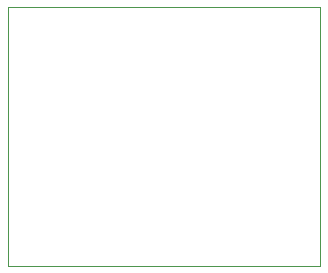
<source format=gbr>
G04 #@! TF.GenerationSoftware,KiCad,Pcbnew,(5.1.4-0-10_14)*
G04 #@! TF.CreationDate,2019-11-02T18:26:44-07:00*
G04 #@! TF.ProjectId,SoftButtonBoardMux555,536f6674-4275-4747-946f-6e426f617264,rev?*
G04 #@! TF.SameCoordinates,Original*
G04 #@! TF.FileFunction,Profile,NP*
%FSLAX46Y46*%
G04 Gerber Fmt 4.6, Leading zero omitted, Abs format (unit mm)*
G04 Created by KiCad (PCBNEW (5.1.4-0-10_14)) date 2019-11-02 18:26:44*
%MOMM*%
%LPD*%
G04 APERTURE LIST*
%ADD10C,0.050000*%
G04 APERTURE END LIST*
D10*
X104140000Y-43815000D02*
X104140000Y-65786000D01*
X77724000Y-43815000D02*
X104140000Y-43815000D01*
X77724000Y-65786000D02*
X77724000Y-43815000D01*
X104140000Y-65786000D02*
X77724000Y-65786000D01*
M02*

</source>
